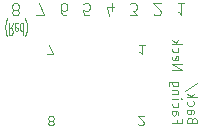
<source format=gbr>
%TF.GenerationSoftware,KiCad,Pcbnew,9.0.0*%
%TF.CreationDate,2025-03-11T10:13:58-07:00*%
%TF.ProjectId,360LPNeckWithPinHeaders,3336304c-504e-4656-936b-576974685069,rev?*%
%TF.SameCoordinates,Original*%
%TF.FileFunction,Legend,Bot*%
%TF.FilePolarity,Positive*%
%FSLAX46Y46*%
G04 Gerber Fmt 4.6, Leading zero omitted, Abs format (unit mm)*
G04 Created by KiCad (PCBNEW 9.0.0) date 2025-03-11 10:13:58*
%MOMM*%
%LPD*%
G01*
G04 APERTURE LIST*
%ADD10C,0.100000*%
G04 APERTURE END LIST*
D10*
X29975312Y-20803104D02*
X29518169Y-20803104D01*
X29746741Y-20803104D02*
X29746741Y-21603104D01*
X29746741Y-21603104D02*
X29670550Y-21488819D01*
X29670550Y-21488819D02*
X29594360Y-21412628D01*
X29594360Y-21412628D02*
X29518169Y-21374533D01*
X34010107Y-27177068D02*
X33972012Y-27062782D01*
X33972012Y-27062782D02*
X33933916Y-27024687D01*
X33933916Y-27024687D02*
X33857726Y-26986591D01*
X33857726Y-26986591D02*
X33743440Y-26986591D01*
X33743440Y-26986591D02*
X33667250Y-27024687D01*
X33667250Y-27024687D02*
X33629155Y-27062782D01*
X33629155Y-27062782D02*
X33591059Y-27138972D01*
X33591059Y-27138972D02*
X33591059Y-27443734D01*
X33591059Y-27443734D02*
X34391059Y-27443734D01*
X34391059Y-27443734D02*
X34391059Y-27177068D01*
X34391059Y-27177068D02*
X34352964Y-27100877D01*
X34352964Y-27100877D02*
X34314869Y-27062782D01*
X34314869Y-27062782D02*
X34238678Y-27024687D01*
X34238678Y-27024687D02*
X34162488Y-27024687D01*
X34162488Y-27024687D02*
X34086297Y-27062782D01*
X34086297Y-27062782D02*
X34048202Y-27100877D01*
X34048202Y-27100877D02*
X34010107Y-27177068D01*
X34010107Y-27177068D02*
X34010107Y-27443734D01*
X33591059Y-26300877D02*
X34010107Y-26300877D01*
X34010107Y-26300877D02*
X34086297Y-26338972D01*
X34086297Y-26338972D02*
X34124393Y-26415163D01*
X34124393Y-26415163D02*
X34124393Y-26567544D01*
X34124393Y-26567544D02*
X34086297Y-26643734D01*
X33629155Y-26300877D02*
X33591059Y-26377068D01*
X33591059Y-26377068D02*
X33591059Y-26567544D01*
X33591059Y-26567544D02*
X33629155Y-26643734D01*
X33629155Y-26643734D02*
X33705345Y-26681830D01*
X33705345Y-26681830D02*
X33781535Y-26681830D01*
X33781535Y-26681830D02*
X33857726Y-26643734D01*
X33857726Y-26643734D02*
X33895821Y-26567544D01*
X33895821Y-26567544D02*
X33895821Y-26377068D01*
X33895821Y-26377068D02*
X33933916Y-26300877D01*
X33629155Y-25577067D02*
X33591059Y-25653258D01*
X33591059Y-25653258D02*
X33591059Y-25805639D01*
X33591059Y-25805639D02*
X33629155Y-25881829D01*
X33629155Y-25881829D02*
X33667250Y-25919924D01*
X33667250Y-25919924D02*
X33743440Y-25958020D01*
X33743440Y-25958020D02*
X33972012Y-25958020D01*
X33972012Y-25958020D02*
X34048202Y-25919924D01*
X34048202Y-25919924D02*
X34086297Y-25881829D01*
X34086297Y-25881829D02*
X34124393Y-25805639D01*
X34124393Y-25805639D02*
X34124393Y-25653258D01*
X34124393Y-25653258D02*
X34086297Y-25577067D01*
X33591059Y-25234210D02*
X34391059Y-25234210D01*
X33895821Y-25158020D02*
X33591059Y-24929448D01*
X34124393Y-24929448D02*
X33819631Y-25234210D01*
X34429155Y-24015163D02*
X33400583Y-24700877D01*
X32722152Y-27177068D02*
X32722152Y-27443734D01*
X32303104Y-27443734D02*
X33103104Y-27443734D01*
X33103104Y-27443734D02*
X33103104Y-27062782D01*
X32303104Y-26415163D02*
X32722152Y-26415163D01*
X32722152Y-26415163D02*
X32798342Y-26453258D01*
X32798342Y-26453258D02*
X32836438Y-26529449D01*
X32836438Y-26529449D02*
X32836438Y-26681830D01*
X32836438Y-26681830D02*
X32798342Y-26758020D01*
X32341200Y-26415163D02*
X32303104Y-26491354D01*
X32303104Y-26491354D02*
X32303104Y-26681830D01*
X32303104Y-26681830D02*
X32341200Y-26758020D01*
X32341200Y-26758020D02*
X32417390Y-26796116D01*
X32417390Y-26796116D02*
X32493580Y-26796116D01*
X32493580Y-26796116D02*
X32569771Y-26758020D01*
X32569771Y-26758020D02*
X32607866Y-26681830D01*
X32607866Y-26681830D02*
X32607866Y-26491354D01*
X32607866Y-26491354D02*
X32645961Y-26415163D01*
X32341200Y-25691353D02*
X32303104Y-25767544D01*
X32303104Y-25767544D02*
X32303104Y-25919925D01*
X32303104Y-25919925D02*
X32341200Y-25996115D01*
X32341200Y-25996115D02*
X32379295Y-26034210D01*
X32379295Y-26034210D02*
X32455485Y-26072306D01*
X32455485Y-26072306D02*
X32684057Y-26072306D01*
X32684057Y-26072306D02*
X32760247Y-26034210D01*
X32760247Y-26034210D02*
X32798342Y-25996115D01*
X32798342Y-25996115D02*
X32836438Y-25919925D01*
X32836438Y-25919925D02*
X32836438Y-25767544D01*
X32836438Y-25767544D02*
X32798342Y-25691353D01*
X32303104Y-25348496D02*
X32836438Y-25348496D01*
X33103104Y-25348496D02*
X33065009Y-25386592D01*
X33065009Y-25386592D02*
X33026914Y-25348496D01*
X33026914Y-25348496D02*
X33065009Y-25310401D01*
X33065009Y-25310401D02*
X33103104Y-25348496D01*
X33103104Y-25348496D02*
X33026914Y-25348496D01*
X32836438Y-24967544D02*
X32303104Y-24967544D01*
X32760247Y-24967544D02*
X32798342Y-24929449D01*
X32798342Y-24929449D02*
X32836438Y-24853259D01*
X32836438Y-24853259D02*
X32836438Y-24738973D01*
X32836438Y-24738973D02*
X32798342Y-24662782D01*
X32798342Y-24662782D02*
X32722152Y-24624687D01*
X32722152Y-24624687D02*
X32303104Y-24624687D01*
X32836438Y-23900877D02*
X32188819Y-23900877D01*
X32188819Y-23900877D02*
X32112628Y-23938972D01*
X32112628Y-23938972D02*
X32074533Y-23977068D01*
X32074533Y-23977068D02*
X32036438Y-24053258D01*
X32036438Y-24053258D02*
X32036438Y-24167544D01*
X32036438Y-24167544D02*
X32074533Y-24243734D01*
X32341200Y-23900877D02*
X32303104Y-23977068D01*
X32303104Y-23977068D02*
X32303104Y-24129449D01*
X32303104Y-24129449D02*
X32341200Y-24205639D01*
X32341200Y-24205639D02*
X32379295Y-24243734D01*
X32379295Y-24243734D02*
X32455485Y-24281830D01*
X32455485Y-24281830D02*
X32684057Y-24281830D01*
X32684057Y-24281830D02*
X32760247Y-24243734D01*
X32760247Y-24243734D02*
X32798342Y-24205639D01*
X32798342Y-24205639D02*
X32836438Y-24129449D01*
X32836438Y-24129449D02*
X32836438Y-23977068D01*
X32836438Y-23977068D02*
X32798342Y-23900877D01*
X32303104Y-22910400D02*
X33103104Y-22910400D01*
X33103104Y-22910400D02*
X32303104Y-22453257D01*
X32303104Y-22453257D02*
X33103104Y-22453257D01*
X32341200Y-21767543D02*
X32303104Y-21843734D01*
X32303104Y-21843734D02*
X32303104Y-21996115D01*
X32303104Y-21996115D02*
X32341200Y-22072305D01*
X32341200Y-22072305D02*
X32417390Y-22110401D01*
X32417390Y-22110401D02*
X32722152Y-22110401D01*
X32722152Y-22110401D02*
X32798342Y-22072305D01*
X32798342Y-22072305D02*
X32836438Y-21996115D01*
X32836438Y-21996115D02*
X32836438Y-21843734D01*
X32836438Y-21843734D02*
X32798342Y-21767543D01*
X32798342Y-21767543D02*
X32722152Y-21729448D01*
X32722152Y-21729448D02*
X32645961Y-21729448D01*
X32645961Y-21729448D02*
X32569771Y-22110401D01*
X32341200Y-21043734D02*
X32303104Y-21119925D01*
X32303104Y-21119925D02*
X32303104Y-21272306D01*
X32303104Y-21272306D02*
X32341200Y-21348496D01*
X32341200Y-21348496D02*
X32379295Y-21386591D01*
X32379295Y-21386591D02*
X32455485Y-21424687D01*
X32455485Y-21424687D02*
X32684057Y-21424687D01*
X32684057Y-21424687D02*
X32760247Y-21386591D01*
X32760247Y-21386591D02*
X32798342Y-21348496D01*
X32798342Y-21348496D02*
X32836438Y-21272306D01*
X32836438Y-21272306D02*
X32836438Y-21119925D01*
X32836438Y-21119925D02*
X32798342Y-21043734D01*
X32303104Y-20700877D02*
X33103104Y-20700877D01*
X32607866Y-20624687D02*
X32303104Y-20396115D01*
X32836438Y-20396115D02*
X32531676Y-20700877D01*
X28708646Y-18277580D02*
X29327693Y-18277580D01*
X29327693Y-18277580D02*
X28994360Y-17896628D01*
X28994360Y-17896628D02*
X29137217Y-17896628D01*
X29137217Y-17896628D02*
X29232455Y-17849009D01*
X29232455Y-17849009D02*
X29280074Y-17801390D01*
X29280074Y-17801390D02*
X29327693Y-17706152D01*
X29327693Y-17706152D02*
X29327693Y-17468057D01*
X29327693Y-17468057D02*
X29280074Y-17372819D01*
X29280074Y-17372819D02*
X29232455Y-17325200D01*
X29232455Y-17325200D02*
X29137217Y-17277580D01*
X29137217Y-17277580D02*
X28851503Y-17277580D01*
X28851503Y-17277580D02*
X28756265Y-17325200D01*
X28756265Y-17325200D02*
X28708646Y-17372819D01*
X33327693Y-17277580D02*
X32756265Y-17277580D01*
X33041979Y-17277580D02*
X33041979Y-18277580D01*
X33041979Y-18277580D02*
X32946741Y-18134723D01*
X32946741Y-18134723D02*
X32851503Y-18039485D01*
X32851503Y-18039485D02*
X32756265Y-17991866D01*
X20808646Y-18277580D02*
X21475312Y-18277580D01*
X21475312Y-18277580D02*
X21046741Y-17277580D01*
X18327693Y-18546628D02*
X18303884Y-18594247D01*
X18303884Y-18594247D02*
X18256265Y-18737104D01*
X18256265Y-18737104D02*
X18232455Y-18832342D01*
X18232455Y-18832342D02*
X18208646Y-18975200D01*
X18208646Y-18975200D02*
X18184836Y-19213295D01*
X18184836Y-19213295D02*
X18184836Y-19403771D01*
X18184836Y-19403771D02*
X18208646Y-19641866D01*
X18208646Y-19641866D02*
X18232455Y-19784723D01*
X18232455Y-19784723D02*
X18256265Y-19879961D01*
X18256265Y-19879961D02*
X18303884Y-20022819D01*
X18303884Y-20022819D02*
X18327693Y-20070438D01*
X18803883Y-18927580D02*
X18637217Y-19403771D01*
X18518169Y-18927580D02*
X18518169Y-19927580D01*
X18518169Y-19927580D02*
X18708645Y-19927580D01*
X18708645Y-19927580D02*
X18756264Y-19879961D01*
X18756264Y-19879961D02*
X18780074Y-19832342D01*
X18780074Y-19832342D02*
X18803883Y-19737104D01*
X18803883Y-19737104D02*
X18803883Y-19594247D01*
X18803883Y-19594247D02*
X18780074Y-19499009D01*
X18780074Y-19499009D02*
X18756264Y-19451390D01*
X18756264Y-19451390D02*
X18708645Y-19403771D01*
X18708645Y-19403771D02*
X18518169Y-19403771D01*
X19208645Y-18975200D02*
X19161026Y-18927580D01*
X19161026Y-18927580D02*
X19065788Y-18927580D01*
X19065788Y-18927580D02*
X19018169Y-18975200D01*
X19018169Y-18975200D02*
X18994360Y-19070438D01*
X18994360Y-19070438D02*
X18994360Y-19451390D01*
X18994360Y-19451390D02*
X19018169Y-19546628D01*
X19018169Y-19546628D02*
X19065788Y-19594247D01*
X19065788Y-19594247D02*
X19161026Y-19594247D01*
X19161026Y-19594247D02*
X19208645Y-19546628D01*
X19208645Y-19546628D02*
X19232455Y-19451390D01*
X19232455Y-19451390D02*
X19232455Y-19356152D01*
X19232455Y-19356152D02*
X18994360Y-19260914D01*
X19661026Y-18927580D02*
X19661026Y-19927580D01*
X19661026Y-18975200D02*
X19613407Y-18927580D01*
X19613407Y-18927580D02*
X19518169Y-18927580D01*
X19518169Y-18927580D02*
X19470550Y-18975200D01*
X19470550Y-18975200D02*
X19446740Y-19022819D01*
X19446740Y-19022819D02*
X19422931Y-19118057D01*
X19422931Y-19118057D02*
X19422931Y-19403771D01*
X19422931Y-19403771D02*
X19446740Y-19499009D01*
X19446740Y-19499009D02*
X19470550Y-19546628D01*
X19470550Y-19546628D02*
X19518169Y-19594247D01*
X19518169Y-19594247D02*
X19613407Y-19594247D01*
X19613407Y-19594247D02*
X19661026Y-19546628D01*
X19851502Y-18546628D02*
X19875312Y-18594247D01*
X19875312Y-18594247D02*
X19922931Y-18737104D01*
X19922931Y-18737104D02*
X19946740Y-18832342D01*
X19946740Y-18832342D02*
X19970550Y-18975200D01*
X19970550Y-18975200D02*
X19994359Y-19213295D01*
X19994359Y-19213295D02*
X19994359Y-19403771D01*
X19994359Y-19403771D02*
X19970550Y-19641866D01*
X19970550Y-19641866D02*
X19946740Y-19784723D01*
X19946740Y-19784723D02*
X19922931Y-19879961D01*
X19922931Y-19879961D02*
X19875312Y-20022819D01*
X19875312Y-20022819D02*
X19851502Y-20070438D01*
X21680074Y-21603104D02*
X22213408Y-21603104D01*
X22213408Y-21603104D02*
X21870550Y-20803104D01*
X30756265Y-18182342D02*
X30803884Y-18229961D01*
X30803884Y-18229961D02*
X30899122Y-18277580D01*
X30899122Y-18277580D02*
X31137217Y-18277580D01*
X31137217Y-18277580D02*
X31232455Y-18229961D01*
X31232455Y-18229961D02*
X31280074Y-18182342D01*
X31280074Y-18182342D02*
X31327693Y-18087104D01*
X31327693Y-18087104D02*
X31327693Y-17991866D01*
X31327693Y-17991866D02*
X31280074Y-17849009D01*
X31280074Y-17849009D02*
X30708646Y-17277580D01*
X30708646Y-17277580D02*
X31327693Y-17277580D01*
X18946741Y-17849009D02*
X18851503Y-17896628D01*
X18851503Y-17896628D02*
X18803884Y-17944247D01*
X18803884Y-17944247D02*
X18756265Y-18039485D01*
X18756265Y-18039485D02*
X18756265Y-18087104D01*
X18756265Y-18087104D02*
X18803884Y-18182342D01*
X18803884Y-18182342D02*
X18851503Y-18229961D01*
X18851503Y-18229961D02*
X18946741Y-18277580D01*
X18946741Y-18277580D02*
X19137217Y-18277580D01*
X19137217Y-18277580D02*
X19232455Y-18229961D01*
X19232455Y-18229961D02*
X19280074Y-18182342D01*
X19280074Y-18182342D02*
X19327693Y-18087104D01*
X19327693Y-18087104D02*
X19327693Y-18039485D01*
X19327693Y-18039485D02*
X19280074Y-17944247D01*
X19280074Y-17944247D02*
X19232455Y-17896628D01*
X19232455Y-17896628D02*
X19137217Y-17849009D01*
X19137217Y-17849009D02*
X18946741Y-17849009D01*
X18946741Y-17849009D02*
X18851503Y-17801390D01*
X18851503Y-17801390D02*
X18803884Y-17753771D01*
X18803884Y-17753771D02*
X18756265Y-17658533D01*
X18756265Y-17658533D02*
X18756265Y-17468057D01*
X18756265Y-17468057D02*
X18803884Y-17372819D01*
X18803884Y-17372819D02*
X18851503Y-17325200D01*
X18851503Y-17325200D02*
X18946741Y-17277580D01*
X18946741Y-17277580D02*
X19137217Y-17277580D01*
X19137217Y-17277580D02*
X19232455Y-17325200D01*
X19232455Y-17325200D02*
X19280074Y-17372819D01*
X19280074Y-17372819D02*
X19327693Y-17468057D01*
X19327693Y-17468057D02*
X19327693Y-17658533D01*
X19327693Y-17658533D02*
X19280074Y-17753771D01*
X19280074Y-17753771D02*
X19232455Y-17801390D01*
X19232455Y-17801390D02*
X19137217Y-17849009D01*
X21970550Y-27260247D02*
X21894360Y-27298342D01*
X21894360Y-27298342D02*
X21856265Y-27336438D01*
X21856265Y-27336438D02*
X21818169Y-27412628D01*
X21818169Y-27412628D02*
X21818169Y-27450723D01*
X21818169Y-27450723D02*
X21856265Y-27526914D01*
X21856265Y-27526914D02*
X21894360Y-27565009D01*
X21894360Y-27565009D02*
X21970550Y-27603104D01*
X21970550Y-27603104D02*
X22122931Y-27603104D01*
X22122931Y-27603104D02*
X22199122Y-27565009D01*
X22199122Y-27565009D02*
X22237217Y-27526914D01*
X22237217Y-27526914D02*
X22275312Y-27450723D01*
X22275312Y-27450723D02*
X22275312Y-27412628D01*
X22275312Y-27412628D02*
X22237217Y-27336438D01*
X22237217Y-27336438D02*
X22199122Y-27298342D01*
X22199122Y-27298342D02*
X22122931Y-27260247D01*
X22122931Y-27260247D02*
X21970550Y-27260247D01*
X21970550Y-27260247D02*
X21894360Y-27222152D01*
X21894360Y-27222152D02*
X21856265Y-27184057D01*
X21856265Y-27184057D02*
X21818169Y-27107866D01*
X21818169Y-27107866D02*
X21818169Y-26955485D01*
X21818169Y-26955485D02*
X21856265Y-26879295D01*
X21856265Y-26879295D02*
X21894360Y-26841200D01*
X21894360Y-26841200D02*
X21970550Y-26803104D01*
X21970550Y-26803104D02*
X22122931Y-26803104D01*
X22122931Y-26803104D02*
X22199122Y-26841200D01*
X22199122Y-26841200D02*
X22237217Y-26879295D01*
X22237217Y-26879295D02*
X22275312Y-26955485D01*
X22275312Y-26955485D02*
X22275312Y-27107866D01*
X22275312Y-27107866D02*
X22237217Y-27184057D01*
X22237217Y-27184057D02*
X22199122Y-27222152D01*
X22199122Y-27222152D02*
X22122931Y-27260247D01*
X23332455Y-18277580D02*
X23141979Y-18277580D01*
X23141979Y-18277580D02*
X23046741Y-18229961D01*
X23046741Y-18229961D02*
X22999122Y-18182342D01*
X22999122Y-18182342D02*
X22903884Y-18039485D01*
X22903884Y-18039485D02*
X22856265Y-17849009D01*
X22856265Y-17849009D02*
X22856265Y-17468057D01*
X22856265Y-17468057D02*
X22903884Y-17372819D01*
X22903884Y-17372819D02*
X22951503Y-17325200D01*
X22951503Y-17325200D02*
X23046741Y-17277580D01*
X23046741Y-17277580D02*
X23237217Y-17277580D01*
X23237217Y-17277580D02*
X23332455Y-17325200D01*
X23332455Y-17325200D02*
X23380074Y-17372819D01*
X23380074Y-17372819D02*
X23427693Y-17468057D01*
X23427693Y-17468057D02*
X23427693Y-17706152D01*
X23427693Y-17706152D02*
X23380074Y-17801390D01*
X23380074Y-17801390D02*
X23332455Y-17849009D01*
X23332455Y-17849009D02*
X23237217Y-17896628D01*
X23237217Y-17896628D02*
X23046741Y-17896628D01*
X23046741Y-17896628D02*
X22951503Y-17849009D01*
X22951503Y-17849009D02*
X22903884Y-17801390D01*
X22903884Y-17801390D02*
X22856265Y-17706152D01*
X29418169Y-27526914D02*
X29456265Y-27565009D01*
X29456265Y-27565009D02*
X29532455Y-27603104D01*
X29532455Y-27603104D02*
X29722931Y-27603104D01*
X29722931Y-27603104D02*
X29799122Y-27565009D01*
X29799122Y-27565009D02*
X29837217Y-27526914D01*
X29837217Y-27526914D02*
X29875312Y-27450723D01*
X29875312Y-27450723D02*
X29875312Y-27374533D01*
X29875312Y-27374533D02*
X29837217Y-27260247D01*
X29837217Y-27260247D02*
X29380074Y-26803104D01*
X29380074Y-26803104D02*
X29875312Y-26803104D01*
X27232455Y-17944247D02*
X27232455Y-17277580D01*
X26994360Y-18325200D02*
X26756265Y-17610914D01*
X26756265Y-17610914D02*
X27375312Y-17610914D01*
X25280074Y-18277580D02*
X24803884Y-18277580D01*
X24803884Y-18277580D02*
X24756265Y-17801390D01*
X24756265Y-17801390D02*
X24803884Y-17849009D01*
X24803884Y-17849009D02*
X24899122Y-17896628D01*
X24899122Y-17896628D02*
X25137217Y-17896628D01*
X25137217Y-17896628D02*
X25232455Y-17849009D01*
X25232455Y-17849009D02*
X25280074Y-17801390D01*
X25280074Y-17801390D02*
X25327693Y-17706152D01*
X25327693Y-17706152D02*
X25327693Y-17468057D01*
X25327693Y-17468057D02*
X25280074Y-17372819D01*
X25280074Y-17372819D02*
X25232455Y-17325200D01*
X25232455Y-17325200D02*
X25137217Y-17277580D01*
X25137217Y-17277580D02*
X24899122Y-17277580D01*
X24899122Y-17277580D02*
X24803884Y-17325200D01*
X24803884Y-17325200D02*
X24756265Y-17372819D01*
M02*

</source>
